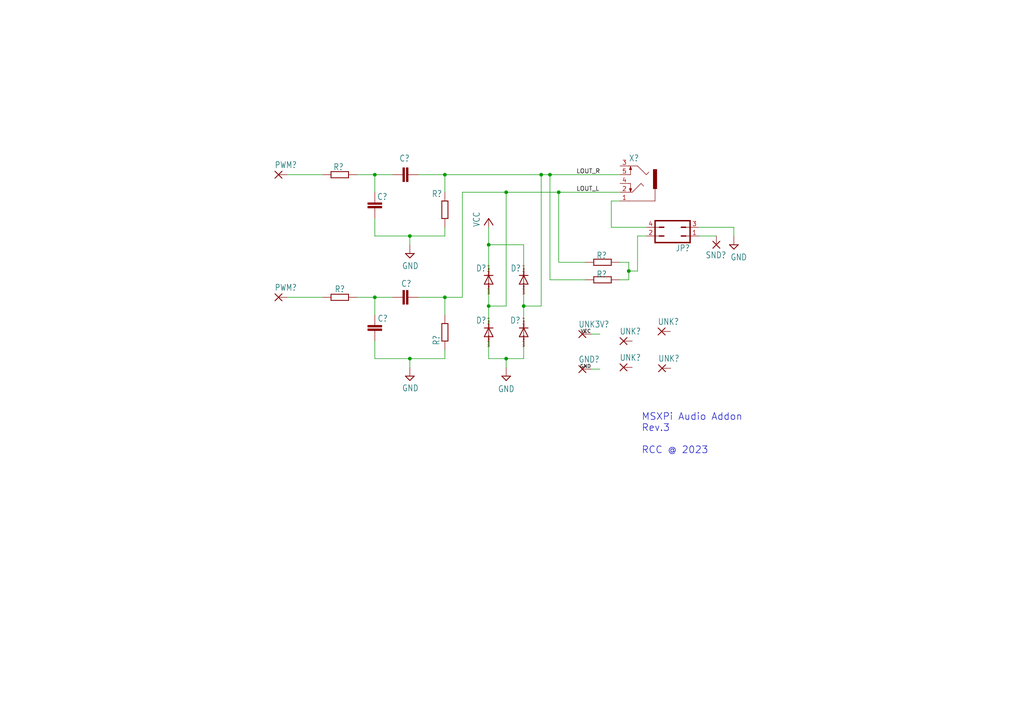
<source format=kicad_sch>
(kicad_sch (version 20211123) (generator eeschema)
  (paper "A4")
  (lib_symbols
    (symbol "MSXPi_Audio-eagle-import:1503_09"
      (property "Reference" "X" (at -2.54 6.35 0))
      (property "Value" "1503_09" (at -2.54 -7.62 0))
      (symbol "1503_09_1_0"
        (polyline (pts (xy -2.54 -5.08) (xy 5.08 -5.08)) (stroke (width 0.1524)))
        (polyline (pts (xy -2.54 -2.54) (xy -1.524 -2.54)) (stroke (width 0.1524)))
        (polyline (pts (xy -2.54 0) (xy -2.032 0)) (stroke (width 0.1524)))
        (polyline (pts (xy -2.54 2.54) (xy -2.032 2.54)) (stroke (width 0.1524)))
        (polyline (pts (xy -2.54 5.08) (xy 0 5.08)) (stroke (width 0.1524)))
        (polyline (pts (xy -2.286 -1.524) (xy -1.778 -1.524)) (stroke (width 0.254)))
        (polyline (pts (xy -2.286 4.064) (xy -1.778 4.064)) (stroke (width 0.254)))
        (polyline (pts (xy -2.032 -2.286) (xy -2.286 -1.524)) (stroke (width 0.254)))
        (polyline (pts (xy -2.032 0) (xy -2.032 -2.286)) (stroke (width 0.1524)))
        (polyline (pts (xy -2.032 2.54) (xy -2.032 4.826)) (stroke (width 0.1524)))
        (polyline (pts (xy -2.032 4.826) (xy -2.286 4.064)) (stroke (width 0.254)))
        (polyline (pts (xy -1.778 -1.524) (xy -2.032 -2.286)) (stroke (width 0.254)))
        (polyline (pts (xy -1.778 4.064) (xy -2.032 4.826)) (stroke (width 0.254)))
        (polyline (pts (xy -1.524 -2.54) (xy 1.016 0)) (stroke (width 0.1524)))
        (polyline (pts (xy 0 5.08) (xy 2.54 2.54)) (stroke (width 0.1524)))
        (polyline (pts (xy 1.016 0) (xy 1.778 -0.762)) (stroke (width 0.1524)))
        (polyline (pts (xy 2.54 2.54) (xy 3.302 3.302)) (stroke (width 0.1524)))
        (polyline (pts (xy 5.08 -5.08) (xy 5.08 -1.524)) (stroke (width 0.1524)))
        (rectangle (start 4.572 4.064) (end 5.588 -1.524) (fill (type outline)))
        (pin passive line (at -5.08 -5.08 0) (length 2.54) (name "1") (number "1"))
        (pin passive line (at -5.08 -2.54 0) (length 2.54) (name "2") (number "2"))
        (pin passive line (at -5.08 5.08 0) (length 2.54) (name "3") (number "3"))
        (pin passive line (at -5.08 0 0) (length 2.54) (name "4") (number "4"))
        (pin passive line (at -5.08 2.54 0) (length 2.54) (name "5") (number "5"))
      )
    )
    (symbol "MSXPi_Audio-eagle-import:1N4148DO35-10"
      (property "Reference" "D" (at 2.54 0.4826 0))
      (property "Value" "1N4148DO35-10" (at 2.54 -2.3114 0))
      (symbol "1N4148DO35-10_1_0"
        (polyline (pts (xy -1.27 -1.27) (xy 1.27 0)) (stroke (width 0.254)))
        (polyline (pts (xy -1.27 1.27) (xy -1.27 -1.27)) (stroke (width 0.254)))
        (polyline (pts (xy 1.27 0) (xy -1.27 1.27)) (stroke (width 0.254)))
        (polyline (pts (xy 1.27 0) (xy 1.27 -1.27)) (stroke (width 0.254)))
        (polyline (pts (xy 1.27 1.27) (xy 1.27 0)) (stroke (width 0.254)))
        (text "SpiceOrder 1" (at -2.54 0 0) (effects (font (size 0.4064 0.3454))))
        (text "SpiceOrder 2" (at 2.54 0 0) (effects (font (size 0.4064 0.3454))))
        (pin passive line (at -2.54 0 0) (length 2.54) (name "A") (number "A"))
        (pin passive line (at 2.54 0 180) (length 2.54) (name "C") (number "C"))
      )
    )
    (symbol "MSXPi_Audio-eagle-import:2,15{slash}1,0"
      (property "Reference" "PAD" (at -1.143 1.8542 0))
      (property "Value" "2,15{slash}1,0" (at -1.143 -3.302 0))
      (symbol "2,15{slash}1,0_1_0"
        (polyline (pts (xy -1.016 -1.016) (xy 1.016 1.016)) (stroke (width 0.254)))
        (polyline (pts (xy -1.016 1.016) (xy 1.016 -1.016)) (stroke (width 0.254)))
        (pin passive line (at 2.54 0 180) (length 2.54) (name "P") (number "1"))
      )
    )
    (symbol "MSXPi_Audio-eagle-import:C-EU025-025X050"
      (property "Reference" "C" (at 1.524 0.381 0))
      (property "Value" "C-EU025-025X050" (at 1.524 -4.699 0))
      (symbol "C-EU025-025X050_1_0"
        (rectangle (start -2.032 -2.032) (end 2.032 -1.524) (fill (type outline)))
        (rectangle (start -2.032 -1.016) (end 2.032 -0.508) (fill (type outline)))
        (polyline (pts (xy 0 -2.54) (xy 0 -2.032)) (stroke (width 0.1524)))
        (polyline (pts (xy 0 0) (xy 0 -0.508)) (stroke (width 0.1524)))
        (pin passive line (at 0 2.54 270) (length 2.54) (name "1") (number "1"))
        (pin passive line (at 0 -5.08 90) (length 2.54) (name "2") (number "2"))
      )
    )
    (symbol "MSXPi_Audio-eagle-import:GND" (power)
      (property "Value" "GND" (at -1.905 -3.175 0))
      (symbol "GND_1_0"
        (polyline (pts (xy -1.27 0) (xy 1.27 0)) (stroke (width 0.254)))
        (polyline (pts (xy 0 -1.27) (xy -1.27 0)) (stroke (width 0.254)))
        (polyline (pts (xy 1.27 0) (xy 0 -1.27)) (stroke (width 0.254)))
        (pin power_in line (at 0 2.54 270) (length 2.54) (name "GND") (number "1"))
      )
    )
    (symbol "MSXPi_Audio-eagle-import:JP2Q"
      (property "Reference" "JP" (at -2.54 -5.08 90))
      (property "Value" "JP2Q" (at 6.985 -5.08 90))
      (symbol "JP2Q_1_0"
        (polyline (pts (xy -1.905 -5.08) (xy -1.905 5.08)) (stroke (width 0.4064)))
        (polyline (pts (xy -1.905 5.08) (xy 4.445 5.08)) (stroke (width 0.4064)))
        (polyline (pts (xy 0 -3.81) (xy 0 -5.08)) (stroke (width 0.1524)))
        (polyline (pts (xy 0 -2.54) (xy 0 -3.81)) (stroke (width 0.4064)))
        (polyline (pts (xy 0 2.54) (xy 0 3.81)) (stroke (width 0.4064)))
        (polyline (pts (xy 0 3.81) (xy 0 5.08)) (stroke (width 0.1524)))
        (polyline (pts (xy 2.54 -3.81) (xy 2.54 -5.08)) (stroke (width 0.1524)))
        (polyline (pts (xy 2.54 -2.54) (xy 2.54 -3.81)) (stroke (width 0.4064)))
        (polyline (pts (xy 2.54 2.54) (xy 2.54 3.81)) (stroke (width 0.4064)))
        (polyline (pts (xy 2.54 3.81) (xy 2.54 5.08)) (stroke (width 0.1524)))
        (polyline (pts (xy 4.445 -5.08) (xy -1.905 -5.08)) (stroke (width 0.4064)))
        (polyline (pts (xy 4.445 5.08) (xy 4.445 -5.08)) (stroke (width 0.4064)))
        (pin passive line (at 0 -7.62 90) (length 2.54) (name "1") (number "1"))
        (pin passive line (at 0 7.62 270) (length 2.54) (name "2") (number "2"))
        (pin passive line (at 2.54 -7.62 90) (length 2.54) (name "3") (number "3"))
        (pin passive line (at 2.54 7.62 270) (length 2.54) (name "4") (number "4"))
      )
    )
    (symbol "MSXPi_Audio-eagle-import:R-EU_0207{slash}10"
      (property "Reference" "R" (at -3.81 1.4986 0))
      (property "Value" "R-EU_0207{slash}10" (at -3.81 -3.302 0))
      (symbol "R-EU_0207{slash}10_1_0"
        (polyline (pts (xy -2.54 -0.889) (xy -2.54 0.889)) (stroke (width 0.254)))
        (polyline (pts (xy -2.54 -0.889) (xy 2.54 -0.889)) (stroke (width 0.254)))
        (polyline (pts (xy 2.54 -0.889) (xy 2.54 0.889)) (stroke (width 0.254)))
        (polyline (pts (xy 2.54 0.889) (xy -2.54 0.889)) (stroke (width 0.254)))
        (pin passive line (at -5.08 0 0) (length 2.54) (name "1") (number "1"))
        (pin passive line (at 5.08 0 180) (length 2.54) (name "2") (number "2"))
      )
    )
    (symbol "MSXPi_Audio-eagle-import:VCC" (power)
      (property "Value" "VCC" (at -2.54 -2.54 90))
      (symbol "VCC_1_0"
        (polyline (pts (xy 0 0) (xy -1.27 -1.905)) (stroke (width 0.254)))
        (polyline (pts (xy 1.27 -1.905) (xy 0 0)) (stroke (width 0.254)))
        (pin power_in line (at 0 -2.54 90) (length 2.54) (name "VCC") (number "1"))
      )
    )
  )
  (junction (at 141.732 88.773))
  (junction (at 141.732 70.993))
  (junction (at 182.372 78.613))
  (junction (at 156.972 50.673))
  (junction (at 159.512 50.673))
  (junction (at 118.872 68.453))
  (junction (at 151.892 88.773))
  (junction (at 108.712 50.673))
  (junction (at 146.812 104.013))
  (junction (at 162.052 55.753))
  (junction (at 129.032 50.673))
  (junction (at 146.812 55.753))
  (junction (at 118.872 104.013))
  (junction (at 108.712 86.233))
  (junction (at 129.032 86.233))
  (wire (pts (xy 171.45 107.061) (xy 173.99 107.061)))
  (wire (pts (xy 202.692 65.913) (xy 212.852 65.913)))
  (wire (pts (xy 141.732 65.913) (xy 141.732 70.993)))
  (wire (pts (xy 83.312 86.233) (xy 93.472 86.233)))
  (wire (pts (xy 146.812 104.013) (xy 151.892 104.013)))
  (wire (pts (xy 162.052 55.753) (xy 179.832 55.753)))
  (wire (pts (xy 159.512 50.673) (xy 156.972 50.673)))
  (wire (pts (xy 141.732 104.013) (xy 146.812 104.013)))
  (wire (pts (xy 162.052 55.753) (xy 162.052 76.073)))
  (wire (pts (xy 83.312 50.673) (xy 93.472 50.673)))
  (wire (pts (xy 171.45 96.901) (xy 173.99 96.901)))
  (wire (pts (xy 118.872 106.553) (xy 118.872 104.013)))
  (wire (pts (xy 134.112 86.233) (xy 134.112 55.753)))
  (wire (pts (xy 141.732 78.613) (xy 141.732 70.993)))
  (wire (pts (xy 108.712 86.233) (xy 113.792 86.233)))
  (wire (pts (xy 129.032 68.453) (xy 118.872 68.453)))
  (wire (pts (xy 177.292 65.913) (xy 187.452 65.913)))
  (wire (pts (xy 146.812 106.553) (xy 146.812 104.013)))
  (wire (pts (xy 129.032 91.313) (xy 129.032 86.233)))
  (wire (pts (xy 129.032 86.233) (xy 134.112 86.233)))
  (wire (pts (xy 103.632 86.233) (xy 108.712 86.233)))
  (wire (pts (xy 182.372 81.153) (xy 182.372 78.613)))
  (wire (pts (xy 129.032 104.013) (xy 118.872 104.013)))
  (wire (pts (xy 184.912 78.613) (xy 184.912 68.453)))
  (wire (pts (xy 129.032 101.473) (xy 129.032 104.013)))
  (wire (pts (xy 212.852 65.913) (xy 212.852 68.453)))
  (wire (pts (xy 121.412 50.673) (xy 129.032 50.673)))
  (wire (pts (xy 118.872 68.453) (xy 108.712 68.453)))
  (wire (pts (xy 156.972 88.773) (xy 156.972 50.673)))
  (wire (pts (xy 129.032 65.913) (xy 129.032 68.453)))
  (wire (pts (xy 151.892 93.853) (xy 151.892 88.773)))
  (wire (pts (xy 108.712 55.753) (xy 108.712 50.673)))
  (wire (pts (xy 141.732 98.933) (xy 141.732 104.013)))
  (wire (pts (xy 141.732 88.773) (xy 141.732 83.693)))
  (wire (pts (xy 182.372 78.613) (xy 184.912 78.613)))
  (wire (pts (xy 177.292 58.293) (xy 177.292 65.913)))
  (wire (pts (xy 151.892 104.013) (xy 151.892 98.933)))
  (wire (pts (xy 103.632 50.673) (xy 108.712 50.673)))
  (wire (pts (xy 141.732 88.773) (xy 146.812 88.773)))
  (wire (pts (xy 129.032 55.753) (xy 129.032 50.673)))
  (wire (pts (xy 108.712 68.453) (xy 108.712 63.373)))
  (wire (pts (xy 121.412 86.233) (xy 129.032 86.233)))
  (wire (pts (xy 156.972 50.673) (xy 129.032 50.673)))
  (wire (pts (xy 108.712 50.673) (xy 113.792 50.673)))
  (wire (pts (xy 118.872 104.013) (xy 108.712 104.013)))
  (wire (pts (xy 187.452 68.453) (xy 184.912 68.453)))
  (wire (pts (xy 179.832 81.153) (xy 182.372 81.153)))
  (wire (pts (xy 159.512 50.673) (xy 159.512 81.153)))
  (wire (pts (xy 151.892 70.993) (xy 151.892 78.613)))
  (wire (pts (xy 179.832 50.673) (xy 159.512 50.673)))
  (wire (pts (xy 141.732 93.853) (xy 141.732 88.773)))
  (wire (pts (xy 141.732 70.993) (xy 151.892 70.993)))
  (wire (pts (xy 118.872 70.993) (xy 118.872 68.453)))
  (wire (pts (xy 151.892 88.773) (xy 156.972 88.773)))
  (wire (pts (xy 146.812 88.773) (xy 146.812 55.753)))
  (wire (pts (xy 159.512 81.153) (xy 169.672 81.153)))
  (wire (pts (xy 146.812 55.753) (xy 162.052 55.753)))
  (wire (pts (xy 162.052 76.073) (xy 169.672 76.073)))
  (wire (pts (xy 179.832 58.293) (xy 177.292 58.293)))
  (wire (pts (xy 182.372 78.613) (xy 182.372 76.073)))
  (wire (pts (xy 134.112 55.753) (xy 146.812 55.753)))
  (wire (pts (xy 108.712 91.313) (xy 108.712 86.233)))
  (wire (pts (xy 202.692 68.453) (xy 207.772 68.453)))
  (wire (pts (xy 179.832 76.073) (xy 182.372 76.073)))
  (wire (pts (xy 108.712 104.013) (xy 108.712 98.933)))
  (wire (pts (xy 151.892 88.773) (xy 151.892 83.693)))
  (text "MSXPi Audio Addon\nRev.3\n\nRCC @ 2023" (at 186.055 131.826 0) (effects (font (size 2 2)) (justify left bottom)))
  (label "GND" (at 171.45 107.061 180) (effects (font (size 1.016 1.016))))
  (label "VCC" (at 171.45 96.901 180) (effects (font (size 1.016 1.016))))
  (label "LOUT_R" (at 167.132 50.673 0) (effects (font (size 1.2446 1.2446))))
  (label "LOUT_L" (at 167.132 55.753 0) (effects (font (size 1.2446 1.2446))))
  (symbol (lib_id "MSXPi_Audio-eagle-import:1N4148DO35-10") (at 151.892 81.153 90) (unit 1)
    (property "Reference" "D?" (at 151.13 76.835 90) (effects (font (size 1.778 1.5113)) (justify left bottom)))
    (property "Value" "1N4148DO35-10" (effects hide))
    (property "Footprint" "MSXPi_Audio:DO35-10" (effects hide))
  )
  (symbol (lib_id "MSXPi_Audio-eagle-import:R-EU_0207{slash}10") (at 98.552 86.233 0) (unit 1)
    (property "Reference" "R?" (at 97.028 84.836 0) (effects (font (size 1.778 1.5113)) (justify left bottom)))
    (property "Value" "R-EU_0207{slash}10" (effects hide))
    (property "Footprint" "MSXPi_Audio:0207_10" (effects hide))
  )
  (symbol (lib_id "MSXPi_Audio-eagle-import:R-EU_0207{slash}10") (at 98.552 50.673 0) (unit 1)
    (property "Reference" "R?" (at 96.647 49.403 0) (effects (font (size 1.778 1.5113)) (justify left bottom)))
    (property "Value" "R-EU_0207{slash}10" (effects hide))
    (property "Footprint" "MSXPi_Audio:0207_10" (effects hide))
  )
  (symbol (lib_id "MSXPi_Audio-eagle-import:C-EU025-025X050") (at 108.712 93.853 0) (unit 1)
    (property "Reference" "C?" (at 109.474 93.345 0) (effects (font (size 1.778 1.5113)) (justify left bottom)))
    (property "Value" "C-EU025-025X050" (effects hide))
    (property "Footprint" "MSXPi_Audio:C025-025X050" (effects hide))
  )
  (symbol (lib_id "MSXPi_Audio-eagle-import:GND") (at 212.852 70.993 0) (unit 1)
    (property "Reference" "#SUPPLY?" (effects hide))
    (property "Value" "GND" (at 211.836 75.565 0) (effects (font (size 1.778 1.5113)) (justify left bottom)))
    (property "Footprint" "MSXPi_Audio:" (effects hide))
  )
  (symbol (lib_id "MSXPi_Audio-eagle-import:R-EU_0207{slash}10") (at 129.032 96.393 90) (unit 1)
    (property "Reference" "R?" (at 127.5334 100.203 0) (effects (font (size 1.778 1.5113)) (justify left bottom)))
    (property "Value" "R-EU_0207{slash}10" (effects hide))
    (property "Footprint" "MSXPi_Audio:0207_10" (effects hide))
  )
  (symbol (lib_id "MSXPi_Audio-eagle-import:2,15{slash}1,0") (at 180.848 106.553 0) (unit 1)
    (property "Reference" "UNK?" (at 179.705 104.6988 0) (effects (font (size 1.778 1.5113)) (justify left bottom)))
    (property "Value" "2,15{slash}1,0" (effects hide))
    (property "Footprint" "MSXPi_Audio:2,15_1,0" (effects hide))
  )
  (symbol (lib_id "MSXPi_Audio-eagle-import:R-EU_0207{slash}10") (at 174.752 76.073 0) (unit 1)
    (property "Reference" "R?" (at 172.974 75.057 0) (effects (font (size 1.778 1.5113)) (justify left bottom)))
    (property "Value" "R-EU_0207{slash}10" (effects hide))
    (property "Footprint" "MSXPi_Audio:0207_10" (effects hide))
  )
  (symbol (lib_id "MSXPi_Audio-eagle-import:C-EU025-025X050") (at 116.332 50.673 90) (unit 1)
    (property "Reference" "C?" (at 118.872 44.958 90) (effects (font (size 1.778 1.5113)) (justify left bottom)))
    (property "Value" "C-EU025-025X050" (effects hide))
    (property "Footprint" "MSXPi_Audio:C025-025X050" (effects hide))
  )
  (symbol (lib_id "MSXPi_Audio-eagle-import:1N4148DO35-10") (at 141.732 81.153 90) (unit 1)
    (property "Reference" "D?" (at 141.097 76.835 90) (effects (font (size 1.778 1.5113)) (justify left bottom)))
    (property "Value" "1N4148DO35-10" (effects hide))
    (property "Footprint" "MSXPi_Audio:DO35-10" (effects hide))
  )
  (symbol (lib_id "MSXPi_Audio-eagle-import:R-EU_0207{slash}10") (at 129.032 60.833 90) (unit 1)
    (property "Reference" "R?" (at 128.27 55.245 90) (effects (font (size 1.778 1.5113)) (justify left bottom)))
    (property "Value" "R-EU_0207{slash}10" (effects hide))
    (property "Footprint" "MSXPi_Audio:0207_10" (effects hide))
  )
  (symbol (lib_id "MSXPi_Audio-eagle-import:C-EU025-025X050") (at 108.712 58.293 0) (unit 1)
    (property "Reference" "C?" (at 109.347 58.039 0) (effects (font (size 1.778 1.5113)) (justify left bottom)))
    (property "Value" "C-EU025-025X050" (effects hide))
    (property "Footprint" "MSXPi_Audio:C025-025X050" (effects hide))
  )
  (symbol (lib_id "MSXPi_Audio-eagle-import:2,15{slash}1,0") (at 180.848 98.933 0) (unit 1)
    (property "Reference" "UNK?" (at 179.705 97.0788 0) (effects (font (size 1.778 1.5113)) (justify left bottom)))
    (property "Value" "2,15{slash}1,0" (effects hide))
    (property "Footprint" "MSXPi_Audio:2,15_1,0" (effects hide))
  )
  (symbol (lib_id "MSXPi_Audio-eagle-import:2,15{slash}1,0") (at 80.772 50.673 0) (unit 1)
    (property "Reference" "PWM?" (at 79.629 48.8188 0) (effects (font (size 1.778 1.5113)) (justify left bottom)))
    (property "Value" "2,15{slash}1,0" (effects hide))
    (property "Footprint" "MSXPi_Audio:2,15_1,0" (effects hide))
  )
  (symbol (lib_id "MSXPi_Audio-eagle-import:C-EU025-025X050") (at 116.332 86.233 90) (unit 1)
    (property "Reference" "C?" (at 119.38 81.28 90) (effects (font (size 1.778 1.5113)) (justify left bottom)))
    (property "Value" "C-EU025-025X050" (effects hide))
    (property "Footprint" "MSXPi_Audio:C025-025X050" (effects hide))
  )
  (symbol (lib_id "MSXPi_Audio-eagle-import:GND") (at 118.872 73.533 0) (unit 1)
    (property "Reference" "#SUPPLY?" (effects hide))
    (property "Value" "GND" (at 116.586 78.105 0) (effects (font (size 1.778 1.5113)) (justify left bottom)))
    (property "Footprint" "MSXPi_Audio:" (effects hide))
  )
  (symbol (lib_id "MSXPi_Audio-eagle-import:JP2Q") (at 195.072 68.453 90) (unit 1)
    (property "Reference" "JP?" (at 200.152 70.993 90) (effects (font (size 1.778 1.5113)) (justify left bottom)))
    (property "Value" "JP2Q" (effects hide))
    (property "Footprint" "MSXPi_Audio:JP2Q" (effects hide))
  )
  (symbol (lib_id "MSXPi_Audio-eagle-import:VCC") (at 141.732 63.373 0) (unit 1)
    (property "Reference" "#P+?" (effects hide))
    (property "Value" "VCC" (at 139.192 65.913 90) (effects (font (size 1.778 1.5113)) (justify left bottom)))
    (property "Footprint" "MSXPi_Audio:" (effects hide))
  )
  (symbol (lib_id "MSXPi_Audio-eagle-import:GND") (at 146.812 109.093 0) (unit 1)
    (property "Reference" "#SUPPLY?" (effects hide))
    (property "Value" "GND" (at 144.399 113.792 0) (effects (font (size 1.778 1.5113)) (justify left bottom)))
    (property "Footprint" "MSXPi_Audio:" (effects hide))
  )
  (symbol (lib_id "MSXPi_Audio-eagle-import:2,15{slash}1,0") (at 207.772 70.993 90) (unit 1)
    (property "Reference" "SND?" (at 210.693 73.025 90) (effects (font (size 1.778 1.5113)) (justify left bottom)))
    (property "Value" "2,15{slash}1,0" (effects hide))
    (property "Footprint" "MSXPi_Audio:2,15_1,0" (effects hide))
  )
  (symbol (lib_id "MSXPi_Audio-eagle-import:R-EU_0207{slash}10") (at 174.752 81.153 0) (unit 1)
    (property "Reference" "R?" (at 172.974 80.518 0) (effects (font (size 1.778 1.5113)) (justify left bottom)))
    (property "Value" "R-EU_0207{slash}10" (effects hide))
    (property "Footprint" "MSXPi_Audio:0207_10" (effects hide))
  )
  (symbol (lib_id "MSXPi_Audio-eagle-import:1N4148DO35-10") (at 141.732 96.393 90) (unit 1)
    (property "Reference" "D?" (at 141.097 91.948 90) (effects (font (size 1.778 1.5113)) (justify left bottom)))
    (property "Value" "1N4148DO35-10" (effects hide))
    (property "Footprint" "MSXPi_Audio:DO35-10" (effects hide))
  )
  (symbol (lib_id "MSXPi_Audio-eagle-import:GND") (at 118.872 109.093 0) (unit 1)
    (property "Reference" "#SUPPLY?" (effects hide))
    (property "Value" "GND" (at 116.586 113.538 0) (effects (font (size 1.778 1.5113)) (justify left bottom)))
    (property "Footprint" "MSXPi_Audio:" (effects hide))
  )
  (symbol (lib_id "MSXPi_Audio-eagle-import:2,15{slash}1,0") (at 168.91 107.061 0) (unit 1)
    (property "Reference" "GND?" (at 167.767 105.2068 0) (effects (font (size 1.778 1.5113)) (justify left bottom)))
    (property "Value" "2,15{slash}1,0" (effects hide))
    (property "Footprint" "MSXPi_Audio:2,15_1,0" (effects hide))
  )
  (symbol (lib_id "MSXPi_Audio-eagle-import:2,15{slash}1,0") (at 191.897 96.139 0) (unit 1)
    (property "Reference" "UNK?" (at 190.754 94.2848 0) (effects (font (size 1.778 1.5113)) (justify left bottom)))
    (property "Value" "2,15{slash}1,0" (effects hide))
    (property "Footprint" "MSXPi_Audio:2,15_1,0" (effects hide))
  )
  (symbol (lib_id "MSXPi_Audio-eagle-import:1503_09") (at 184.912 53.213 0) (unit 1)
    (property "Reference" "X?" (at 182.372 46.863 0) (effects (font (size 1.778 1.5113)) (justify left bottom)))
    (property "Value" "1503_09" (effects hide))
    (property "Footprint" "MSXPi_Audio:1503_09" (effects hide))
  )
  (symbol (lib_id "MSXPi_Audio-eagle-import:2,15{slash}1,0") (at 168.91 96.901 0) (unit 1)
    (property "Reference" "UNK3V?" (at 167.767 95.0468 0) (effects (font (size 1.778 1.5113)) (justify left bottom)))
    (property "Value" "2,15{slash}1,0" (effects hide))
    (property "Footprint" "MSXPi_Audio:2,15_1,0" (effects hide))
  )
  (symbol (lib_id "MSXPi_Audio-eagle-import:2,15{slash}1,0") (at 80.772 86.233 0) (unit 1)
    (property "Reference" "PWM?" (at 79.629 84.3788 0) (effects (font (size 1.778 1.5113)) (justify left bottom)))
    (property "Value" "2,15{slash}1,0" (effects hide))
    (property "Footprint" "MSXPi_Audio:2,15_1,0" (effects hide))
  )
  (symbol (lib_id "MSXPi_Audio-eagle-import:1N4148DO35-10") (at 151.892 96.393 90) (unit 1)
    (property "Reference" "D?" (at 151.003 91.948 90) (effects (font (size 1.778 1.5113)) (justify left bottom)))
    (property "Value" "1N4148DO35-10" (effects hide))
    (property "Footprint" "MSXPi_Audio:DO35-10" (effects hide))
  )
  (symbol (lib_id "MSXPi_Audio-eagle-import:2,15{slash}1,0") (at 192.024 106.807 0) (unit 1)
    (property "Reference" "UNK?" (at 190.881 104.9528 0) (effects (font (size 1.778 1.5113)) (justify left bottom)))
    (property "Value" "2,15{slash}1,0" (effects hide))
    (property "Footprint" "MSXPi_Audio:2,15_1,0" (effects hide))
  )
)
</source>
